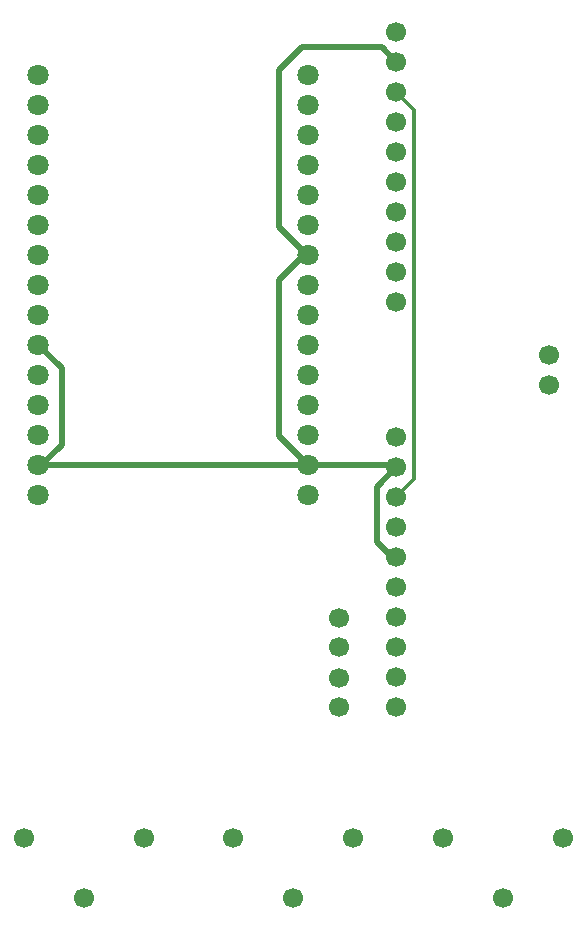
<source format=gbl>
G04*
G04 #@! TF.GenerationSoftware,Altium Limited,Altium Designer,19.1.7 (138)*
G04*
G04 Layer_Physical_Order=2*
G04 Layer_Color=16711680*
%FSLAX25Y25*%
%MOIN*%
G70*
G01*
G75*
%ADD13C,0.01968*%
%ADD14C,0.01181*%
%ADD15C,0.06693*%
%ADD16C,0.07087*%
D13*
X107500Y315000D02*
X134200D01*
X100000Y307500D02*
X107500Y315000D01*
X100000Y255000D02*
Y307500D01*
X134200Y315000D02*
X139100Y310100D01*
X137500Y145000D02*
X139000D01*
X132500Y150000D02*
X137500Y145000D01*
X132500Y150000D02*
Y168500D01*
X108200Y245700D02*
X109300D01*
X100000Y237500D02*
X108200Y245700D01*
X100000Y185400D02*
Y237500D01*
Y185400D02*
X109700Y175700D01*
X19700Y215800D02*
X27500Y208000D01*
Y182500D02*
Y208000D01*
X20800Y175800D02*
X27500Y182500D01*
X132500Y168500D02*
X139100Y175100D01*
X109300Y245700D02*
X109700D01*
X100000Y255000D02*
X109300Y245700D01*
X19700Y175800D02*
X20800D01*
X19700D02*
X19800Y175700D01*
X109700D01*
X138500D02*
X139100Y175100D01*
X109700Y175700D02*
X138500D01*
D14*
X145000Y171000D02*
Y294000D01*
X139000Y165000D02*
X145000Y171000D01*
X139000Y300000D02*
X145000Y294000D01*
D15*
X174669Y31496D02*
D03*
X194669Y51496D02*
D03*
X154669D02*
D03*
X104669Y31496D02*
D03*
X124669Y51496D02*
D03*
X84669D02*
D03*
X35000Y31496D02*
D03*
X55000Y51496D02*
D03*
X15000D02*
D03*
X139000Y185000D02*
D03*
X139100Y175100D02*
D03*
X139000Y165000D02*
D03*
Y155000D02*
D03*
Y145000D02*
D03*
Y135000D02*
D03*
Y125000D02*
D03*
Y115000D02*
D03*
Y95000D02*
D03*
Y105000D02*
D03*
Y320000D02*
D03*
X139100Y310100D02*
D03*
X139000Y300000D02*
D03*
Y290000D02*
D03*
Y280000D02*
D03*
Y270000D02*
D03*
Y260000D02*
D03*
Y250000D02*
D03*
Y230000D02*
D03*
Y240000D02*
D03*
X120000Y115000D02*
D03*
X119900Y124900D02*
D03*
X120000Y95000D02*
D03*
X119900Y104900D02*
D03*
X190100Y202600D02*
D03*
X190000Y212500D02*
D03*
D16*
X19800Y225900D02*
D03*
X19700Y215800D02*
D03*
Y205800D02*
D03*
X19800Y195800D02*
D03*
X19700Y185800D02*
D03*
Y175800D02*
D03*
Y165800D02*
D03*
Y305800D02*
D03*
X19800Y295900D02*
D03*
X19700Y285800D02*
D03*
Y275800D02*
D03*
X19800Y265800D02*
D03*
X19700Y255800D02*
D03*
Y245800D02*
D03*
Y235800D02*
D03*
X109700Y245700D02*
D03*
X109800Y255800D02*
D03*
Y265800D02*
D03*
Y275800D02*
D03*
Y285800D02*
D03*
Y295800D02*
D03*
Y305800D02*
D03*
Y165800D02*
D03*
X109700Y175700D02*
D03*
X109800Y185800D02*
D03*
Y195800D02*
D03*
Y205800D02*
D03*
Y215800D02*
D03*
Y225800D02*
D03*
Y235800D02*
D03*
M02*

</source>
